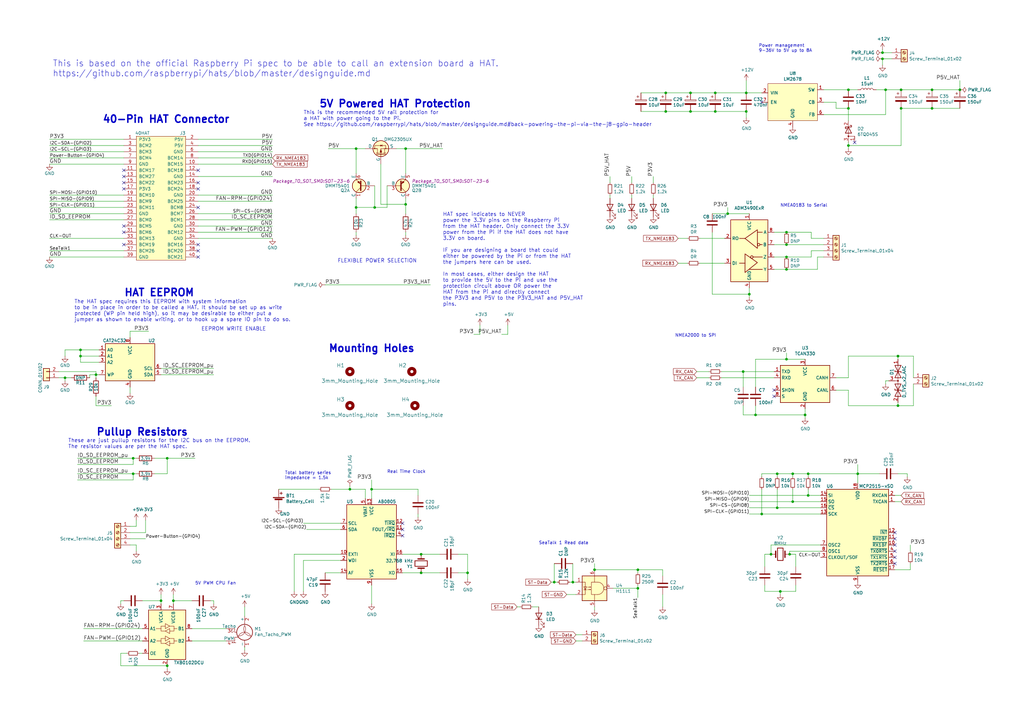
<source format=kicad_sch>
(kicad_sch (version 20211123) (generator eeschema)
  (paper "A3")
  (title_block (title "Mimosa-Power-Hat") (date "2020-08-15") (rev "V0") (company "Mimosa"))
  (junction (at 382.27 36.83))
  (junction (at 322.58 105.41))
  (junction (at 323.85 227.33))
  (junction (at 316.23 227.33))
  (junction (at 68.58 273.05))
  (junction (at 66.04 246.38))
  (junction (at 351.79 194.31))
  (junction (at 306.07 45.72))
  (junction (at 304.8 152.4))
  (junction (at 325.12 194.31))
  (junction (at 172.72 227.33))
  (junction (at 325.12 205.74))
  (junction (at 172.72 234.95))
  (junction (at 361.95 24.13))
  (junction (at 293.37 45.72))
  (junction (at 331.47 203.2))
  (junction (at 369.57 44.45))
  (junction (at 33.02 143.51))
  (junction (at 322.58 95.25))
  (junction (at 369.57 36.83))
  (junction (at 318.77 208.28))
  (junction (at 298.45 87.63))
  (junction (at 393.7 36.83))
  (junction (at 368.3 146.05))
  (junction (at 273.05 38.1))
  (junction (at 347.98 44.45))
  (junction (at 166.37 60.96))
  (junction (at 153.67 85.09))
  (junction (at 26.67 154.94))
  (junction (at 322.58 110.49))
  (junction (at 68.58 187.96))
  (junction (at 320.04 242.57))
  (junction (at 39.37 153.67))
  (junction (at 71.12 246.38))
  (junction (at 191.77 234.95))
  (junction (at 309.88 170.18))
  (junction (at 54.61 194.31))
  (junction (at 363.22 36.83))
  (junction (at 330.2 170.18))
  (junction (at 283.21 38.1))
  (junction (at 33.02 146.05))
  (junction (at 166.37 83.82))
  (junction (at 382.27 44.45))
  (junction (at 227.33 238.76))
  (junction (at 312.42 210.82))
  (junction (at 283.21 45.72))
  (junction (at 347.98 36.83))
  (junction (at 152.4 200.66))
  (junction (at 234.95 238.76))
  (junction (at 322.58 100.33))
  (junction (at 368.3 166.37))
  (junction (at 331.47 194.31))
  (junction (at 307.34 120.65))
  (junction (at 293.37 38.1))
  (junction (at 361.95 21.59))
  (junction (at 306.07 38.1))
  (junction (at 243.84 233.68))
  (junction (at 261.62 233.68))
  (junction (at 318.77 194.31))
  (junction (at 347.98 59.69))
  (junction (at 261.62 241.3))
  (junction (at 146.05 60.96))
  (junction (at 273.05 45.72))
  (junction (at 322.58 147.32))
  (junction (at 146.05 85.09))
  (junction (at 143.51 200.66))
  (junction (at 54.61 187.96))
  (no_connect (at 50.8 100.33))
  (no_connect (at 312.42 41.91))
  (no_connect (at 50.8 69.85))
  (no_connect (at 50.8 92.71))
  (no_connect (at 50.8 95.25))
  (no_connect (at 81.28 100.33))
  (no_connect (at 81.28 77.47))
  (no_connect (at 367.03 226.06))
  (no_connect (at 50.8 77.47))
  (no_connect (at 81.28 102.87))
  (no_connect (at 81.28 74.93))
  (no_connect (at 367.03 223.52))
  (no_connect (at 367.03 231.14))
  (no_connect (at 50.8 72.39))
  (no_connect (at 367.03 218.44))
  (no_connect (at 81.28 85.09))
  (no_connect (at 165.1 219.71))
  (no_connect (at 317.5 162.56))
  (no_connect (at 350.52 58.42))
  (no_connect (at 81.28 69.85))
  (no_connect (at 317.5 160.02))
  (no_connect (at 367.03 228.6))
  (no_connect (at 50.8 74.93))
  (no_connect (at 165.1 214.63))
  (no_connect (at 367.03 220.98))
  (no_connect (at 165.1 217.17))
  (no_connect (at 81.28 105.41))
  (wire (pts (xy 267.97 80.01) (xy 267.97 81.28)))
  (wire (pts (xy 335.28 110.49) (xy 335.28 105.41)))
  (wire (pts (xy 66.04 151.13) (xy 87.63 151.13)))
  (wire (pts (xy 297.18 107.95) (xy 287.02 107.95)))
  (wire (pts (xy 146.05 96.52) (xy 146.05 95.25)))
  (wire (pts (xy 81.28 90.17) (xy 111.76 90.17)))
  (wire (pts (xy 330.2 147.32) (xy 322.58 147.32)))
  (wire (pts (xy 158.75 85.09) (xy 158.75 76.2)))
  (wire (pts (xy 55.88 223.52) (xy 55.88 226.06)))
  (wire (pts (xy 331.47 194.31) (xy 351.79 194.31)))
  (wire (pts (xy 81.28 87.63) (xy 111.76 87.63)))
  (wire (pts (xy 318.77 200.66) (xy 318.77 208.28)))
  (wire (pts (xy 292.1 120.65) (xy 307.34 120.65)))
  (wire (pts (xy 53.34 223.52) (xy 55.88 223.52)))
  (wire (pts (xy 146.05 60.96) (xy 149.86 60.96)))
  (wire (pts (xy 316.23 223.52) (xy 316.23 227.33)))
  (wire (pts (xy 342.9 41.91) (xy 342.9 44.45)))
  (wire (pts (xy 81.28 92.71) (xy 111.76 92.71)))
  (wire (pts (xy 53.34 135.89) (xy 60.96 135.89)))
  (wire (pts (xy 250.19 80.01) (xy 250.19 81.28)))
  (wire (pts (xy 298.45 87.63) (xy 307.34 87.63)))
  (wire (pts (xy 331.47 203.2) (xy 336.55 203.2)))
  (wire (pts (xy 318.77 195.58) (xy 318.77 194.31)))
  (wire (pts (xy 171.45 200.66) (xy 171.45 203.2)))
  (wire (pts (xy 196.85 137.16) (xy 196.85 133.35)))
  (wire (pts (xy 133.35 116.84) (xy 176.53 116.84)))
  (wire (pts (xy 68.58 194.31) (xy 63.5 194.31)))
  (wire (pts (xy 50.8 64.77) (xy 20.32 64.77)))
  (wire (pts (xy 34.29 257.81) (xy 58.42 257.81)))
  (wire (pts (xy 55.88 215.9) (xy 55.88 213.36)))
  (wire (pts (xy 363.22 36.83) (xy 369.57 36.83)))
  (wire (pts (xy 152.4 200.66) (xy 171.45 200.66)))
  (wire (pts (xy 152.4 240.03) (xy 152.4 247.65)))
  (wire (pts (xy 81.28 57.15) (xy 111.76 57.15)))
  (wire (pts (xy 347.98 154.94) (xy 347.98 146.05)))
  (wire (pts (xy 81.28 72.39) (xy 111.76 72.39)))
  (wire (pts (xy 100.33 265.43) (xy 100.33 266.7)))
  (wire (pts (xy 143.51 199.39) (xy 143.51 200.66)))
  (wire (pts (xy 317.5 110.49) (xy 322.58 110.49)))
  (wire (pts (xy 307.34 203.2) (xy 331.47 203.2)))
  (wire (pts (xy 337.82 46.99) (xy 363.22 46.99)))
  (wire (pts (xy 243.84 233.68) (xy 261.62 233.68)))
  (wire (pts (xy 347.98 59.69) (xy 347.98 60.96)))
  (wire (pts (xy 20.32 102.87) (xy 50.8 102.87)))
  (wire (pts (xy 50.8 85.09) (xy 20.32 85.09)))
  (wire (pts (xy 273.05 38.1) (xy 262.89 38.1)))
  (wire (pts (xy 382.27 44.45) (xy 393.7 44.45)))
  (wire (pts (xy 146.05 81.28) (xy 146.05 85.09)))
  (wire (pts (xy 292.1 95.25) (xy 292.1 120.65)))
  (wire (pts (xy 332.74 105.41) (xy 332.74 102.87)))
  (wire (pts (xy 54.61 190.5) (xy 54.61 187.96)))
  (wire (pts (xy 365.76 24.13) (xy 361.95 24.13)))
  (wire (pts (xy 309.88 147.32) (xy 309.88 158.75)))
  (wire (pts (xy 53.34 220.98) (xy 59.69 220.98)))
  (wire (pts (xy 49.53 267.97) (xy 49.53 273.05)))
  (wire (pts (xy 336.55 226.06) (xy 323.85 226.06)))
  (wire (pts (xy 50.8 80.01) (xy 20.32 80.01)))
  (wire (pts (xy 290.83 152.4) (xy 285.75 152.4)))
  (wire (pts (xy 59.69 218.44) (xy 59.69 213.36)))
  (wire (pts (xy 363.22 36.83) (xy 359.41 36.83)))
  (wire (pts (xy 39.37 153.67) (xy 40.64 153.67)))
  (wire (pts (xy 26.67 143.51) (xy 26.67 146.05)))
  (wire (pts (xy 236.22 260.35) (xy 238.76 260.35)))
  (wire (pts (xy 166.37 81.28) (xy 166.37 83.82)))
  (wire (pts (xy 50.8 97.79) (xy 20.32 97.79)))
  (wire (pts (xy 367.03 233.68) (xy 373.38 233.68)))
  (wire (pts (xy 304.8 158.75) (xy 304.8 152.4)))
  (wire (pts (xy 271.78 243.84) (xy 271.78 248.92)))
  (wire (pts (xy 317.5 100.33) (xy 322.58 100.33)))
  (wire (pts (xy 71.12 246.38) (xy 78.74 246.38)))
  (wire (pts (xy 236.22 243.84) (xy 232.41 243.84)))
  (wire (pts (xy 120.65 227.33) (xy 120.65 242.57)))
  (wire (pts (xy 298.45 87.63) (xy 298.45 85.09)))
  (wire (pts (xy 323.85 227.33) (xy 326.39 227.33)))
  (wire (pts (xy 33.02 143.51) (xy 40.64 143.51)))
  (wire (pts (xy 33.02 148.59) (xy 40.64 148.59)))
  (wire (pts (xy 152.4 200.66) (xy 152.4 196.85)))
  (wire (pts (xy 146.05 85.09) (xy 146.05 87.63)))
  (wire (pts (xy 273.05 45.72) (xy 262.89 45.72)))
  (wire (pts (xy 50.8 62.23) (xy 20.32 62.23)))
  (wire (pts (xy 351.79 194.31) (xy 351.79 198.12)))
  (wire (pts (xy 322.58 105.41) (xy 332.74 105.41)))
  (wire (pts (xy 53.34 215.9) (xy 55.88 215.9)))
  (wire (pts (xy 50.8 67.31) (xy 20.32 67.31)))
  (wire (pts (xy 191.77 234.95) (xy 187.96 234.95)))
  (wire (pts (xy 261.62 241.3) (xy 261.62 245.11)))
  (wire (pts (xy 369.57 59.69) (xy 347.98 59.69)))
  (wire (pts (xy 86.36 246.38) (xy 87.63 246.38)))
  (wire (pts (xy 53.34 218.44) (xy 59.69 218.44)))
  (wire (pts (xy 58.42 246.38) (xy 66.04 246.38)))
  (wire (pts (xy 320.04 242.57) (xy 320.04 243.84)))
  (wire (pts (xy 191.77 234.95) (xy 191.77 237.49)))
  (wire (pts (xy 273.05 45.72) (xy 283.21 45.72)))
  (wire (pts (xy 228.6 238.76) (xy 227.33 238.76)))
  (wire (pts (xy 39.37 152.4) (xy 39.37 153.67)))
  (wire (pts (xy 271.78 233.68) (xy 271.78 236.22)))
  (wire (pts (xy 250.19 72.39) (xy 250.19 74.93)))
  (wire (pts (xy 293.37 38.1) (xy 306.07 38.1)))
  (wire (pts (xy 368.3 165.1) (xy 368.3 166.37)))
  (wire (pts (xy 363.22 156.21) (xy 363.22 157.48)))
  (wire (pts (xy 165.1 227.33) (xy 172.72 227.33)))
  (wire (pts (xy 92.71 257.81) (xy 78.74 257.81)))
  (wire (pts (xy 58.42 267.97) (xy 57.15 267.97)))
  (wire (pts (xy 290.83 154.94) (xy 285.75 154.94)))
  (wire (pts (xy 295.91 154.94) (xy 317.5 154.94)))
  (wire (pts (xy 81.28 67.31) (xy 111.76 67.31)))
  (wire (pts (xy 342.9 44.45) (xy 347.98 44.45)))
  (wire (pts (xy 335.28 105.41) (xy 337.82 105.41)))
  (wire (pts (xy 45.72 166.37) (xy 39.37 166.37)))
  (wire (pts (xy 367.03 205.74) (xy 369.57 205.74)))
  (wire (pts (xy 313.69 232.41) (xy 313.69 227.33)))
  (wire (pts (xy 331.47 194.31) (xy 331.47 195.58)))
  (wire (pts (xy 66.04 246.38) (xy 66.04 247.65)))
  (wire (pts (xy 342.9 154.94) (xy 347.98 154.94)))
  (wire (pts (xy 322.58 100.33) (xy 337.82 100.33)))
  (wire (pts (xy 307.34 120.65) (xy 307.34 118.11)))
  (wire (pts (xy 332.74 95.25) (xy 332.74 97.79)))
  (wire (pts (xy 31.75 187.96) (xy 54.61 187.96)))
  (wire (pts (xy 309.88 166.37) (xy 309.88 170.18)))
  (wire (pts (xy 166.37 71.12) (xy 166.37 60.96)))
  (wire (pts (xy 227.33 231.14) (xy 227.33 238.76)))
  (wire (pts (xy 278.13 97.79) (xy 281.94 97.79)))
  (wire (pts (xy 243.84 248.92) (xy 243.84 250.19)))
  (wire (pts (xy 146.05 85.09) (xy 153.67 85.09)))
  (wire (pts (xy 134.62 60.96) (xy 146.05 60.96)))
  (wire (pts (xy 63.5 187.96) (xy 68.58 187.96)))
  (wire (pts (xy 337.82 36.83) (xy 347.98 36.83)))
  (wire (pts (xy 297.18 97.79) (xy 287.02 97.79)))
  (wire (pts (xy 234.95 238.76) (xy 233.68 238.76)))
  (wire (pts (xy 347.98 146.05) (xy 368.3 146.05)))
  (wire (pts (xy 326.39 227.33) (xy 326.39 232.41)))
  (wire (pts (xy 347.98 36.83) (xy 351.79 36.83)))
  (wire (pts (xy 365.76 21.59) (xy 361.95 21.59)))
  (wire (pts (xy 312.42 38.1) (xy 306.07 38.1)))
  (wire (pts (xy 49.53 246.38) (xy 49.53 247.65)))
  (wire (pts (xy 306.07 45.72) (xy 306.07 48.26)))
  (wire (pts (xy 261.62 241.3) (xy 261.62 240.03)))
  (wire (pts (xy 326.39 242.57) (xy 326.39 240.03)))
  (wire (pts (xy 368.3 166.37) (xy 374.65 166.37)))
  (wire (pts (xy 313.69 240.03) (xy 313.69 242.57)))
  (wire (pts (xy 81.28 62.23) (xy 111.76 62.23)))
  (wire (pts (xy 347.98 44.45) (xy 347.98 49.53)))
  (wire (pts (xy 236.22 262.89) (xy 238.76 262.89)))
  (wire (pts (xy 351.79 190.5) (xy 351.79 194.31)))
  (wire (pts (xy 234.95 231.14) (xy 234.95 238.76)))
  (wire (pts (xy 325.12 194.31) (xy 331.47 194.31)))
  (wire (pts (xy 382.27 36.83) (xy 393.7 36.83)))
  (wire (pts (xy 330.2 170.18) (xy 330.2 167.64)))
  (wire (pts (xy 36.83 153.67) (xy 36.83 154.94)))
  (wire (pts (xy 368.3 147.32) (xy 368.3 146.05)))
  (wire (pts (xy 267.97 72.39) (xy 267.97 74.93)))
  (wire (pts (xy 373.38 226.06) (xy 373.38 223.52)))
  (wire (pts (xy 292.1 87.63) (xy 298.45 87.63)))
  (wire (pts (xy 373.38 233.68) (xy 373.38 231.14)))
  (wire (pts (xy 313.69 242.57) (xy 320.04 242.57)))
  (wire (pts (xy 325.12 205.74) (xy 336.55 205.74)))
  (wire (pts (xy 236.22 238.76) (xy 234.95 238.76)))
  (wire (pts (xy 374.65 166.37) (xy 374.65 157.48)))
  (wire (pts (xy 36.83 153.67) (xy 39.37 153.67)))
  (wire (pts (xy 66.04 246.38) (xy 66.04 243.84)))
  (wire (pts (xy 139.7 234.95) (xy 133.35 234.95)))
  (wire (pts (xy 322.58 95.25) (xy 332.74 95.25)))
  (wire (pts (xy 24.13 154.94) (xy 26.67 154.94)))
  (wire (pts (xy 306.07 38.1) (xy 306.07 33.02)))
  (wire (pts (xy 332.74 102.87) (xy 337.82 102.87)))
  (wire (pts (xy 393.7 36.83) (xy 393.7 33.02)))
  (wire (pts (xy 34.29 262.89) (xy 58.42 262.89)))
  (wire (pts (xy 347.98 166.37) (xy 368.3 166.37)))
  (wire (pts (xy 194.31 137.16) (xy 196.85 137.16)))
  (wire (pts (xy 50.8 105.41) (xy 20.32 105.41)))
  (wire (pts (xy 261.62 233.68) (xy 261.62 234.95)))
  (wire (pts (xy 367.03 203.2) (xy 369.57 203.2)))
  (wire (pts (xy 318.77 208.28) (xy 336.55 208.28)))
  (wire (pts (xy 40.64 146.05) (xy 33.02 146.05)))
  (wire (pts (xy 323.85 226.06) (xy 323.85 227.33)))
  (wire (pts (xy 53.34 135.89) (xy 53.34 138.43)))
  (wire (pts (xy 81.28 59.69) (xy 111.76 59.69)))
  (wire (pts (xy 146.05 71.12) (xy 146.05 60.96)))
  (wire (pts (xy 332.74 97.79) (xy 337.82 97.79)))
  (wire (pts (xy 50.8 246.38) (xy 49.53 246.38)))
  (wire (pts (xy 180.34 234.95) (xy 172.72 234.95)))
  (wire (pts (xy 307.34 205.74) (xy 325.12 205.74)))
  (wire (pts (xy 53.34 158.75) (xy 53.34 161.29)))
  (wire (pts (xy 369.57 36.83) (xy 382.27 36.83)))
  (wire (pts (xy 71.12 247.65) (xy 71.12 246.38)))
  (wire (pts (xy 309.88 170.18) (xy 330.2 170.18)))
  (wire (pts (xy 261.62 233.68) (xy 271.78 233.68)))
  (wire (pts (xy 322.58 147.32) (xy 309.88 147.32)))
  (wire (pts (xy 153.67 85.09) (xy 158.75 85.09)))
  (wire (pts (xy 374.65 146.05) (xy 374.65 154.94)))
  (wire (pts (xy 320.04 242.57) (xy 326.39 242.57)))
  (wire (pts (xy 312.42 194.31) (xy 312.42 195.58)))
  (wire (pts (xy 307.34 210.82) (xy 312.42 210.82)))
  (wire (pts (xy 50.8 87.63) (xy 20.32 87.63)))
  (wire (pts (xy 322.58 110.49) (xy 335.28 110.49)))
  (wire (pts (xy 180.34 227.33) (xy 172.72 227.33)))
  (wire (pts (xy 54.61 196.85) (xy 31.75 196.85)))
  (wire (pts (xy 33.02 143.51) (xy 33.02 146.05)))
  (wire (pts (xy 81.28 80.01) (xy 111.76 80.01)))
  (wire (pts (xy 278.13 107.95) (xy 281.94 107.95)))
  (wire (pts (xy 24.13 152.4) (xy 39.37 152.4)))
  (wire (pts (xy 54.61 190.5) (xy 31.75 190.5)))
  (wire (pts (xy 312.42 210.82) (xy 336.55 210.82)))
  (wire (pts (xy 307.34 208.28) (xy 318.77 208.28)))
  (wire (pts (xy 87.63 153.67) (xy 66.04 153.67)))
  (wire (pts (xy 124.46 229.87) (xy 124.46 242.57)))
  (wire (pts (xy 283.21 38.1) (xy 293.37 38.1)))
  (wire (pts (xy 360.68 194.31) (xy 351.79 194.31)))
  (wire (pts (xy 295.91 152.4) (xy 304.8 152.4)))
  (wire (pts (xy 347.98 58.42) (xy 347.98 59.69)))
  (wire (pts (xy 139.7 227.33) (xy 120.65 227.33)))
  (wire (pts (xy 166.37 60.96) (xy 181.61 60.96)))
  (wire (pts (xy 369.57 44.45) (xy 369.57 59.69)))
  (wire (pts (xy 213.36 248.92) (xy 212.09 248.92)))
  (wire (pts (xy 114.3 200.66) (xy 130.81 200.66)))
  (wire (pts (xy 68.58 273.05) (xy 68.58 274.32)))
  (wire (pts (xy 149.86 200.66) (xy 143.51 200.66)))
  (wire (pts (xy 156.21 67.31) (xy 156.21 83.82)))
  (wire (pts (xy 50.8 57.15) (xy 20.32 57.15)))
  (wire (pts (xy 325.12 200.66) (xy 325.12 205.74)))
  (wire (pts (xy 156.21 83.82) (xy 166.37 83.82)))
  (wire (pts (xy 372.11 194.31) (xy 372.11 195.58)))
  (wire (pts (xy 347.98 160.02) (xy 347.98 166.37)))
  (wire (pts (xy 39.37 166.37) (xy 39.37 162.56)))
  (wire (pts (xy 26.67 143.51) (xy 33.02 143.51)))
  (wire (pts (xy 218.44 248.92) (xy 220.98 248.92)))
  (wire (pts (xy 361.95 24.13) (xy 361.95 26.67)))
  (wire (pts (xy 26.67 154.94) (xy 29.21 154.94)))
  (wire (pts (xy 166.37 83.82) (xy 166.37 87.63)))
  (wire (pts (xy 208.28 137.16) (xy 208.28 133.35)))
  (wire (pts (xy 227.33 238.76) (xy 226.06 238.76)))
  (wire (pts (xy 100.33 248.92) (xy 100.33 252.73)))
  (wire (pts (xy 317.5 95.25) (xy 322.58 95.25)))
  (wire (pts (xy 368.3 194.31) (xy 372.11 194.31)))
  (wire (pts (xy 273.05 38.1) (xy 283.21 38.1)))
  (wire (pts (xy 342.9 160.02) (xy 347.98 160.02)))
  (wire (pts (xy 165.1 234.95) (xy 172.72 234.95)))
  (wire (pts (xy 322.58 147.32) (xy 322.58 144.78)))
  (wire (pts (xy 139.7 214.63) (xy 124.46 214.63)))
  (wire (pts (xy 68.58 187.96) (xy 80.01 187.96)))
  (wire (pts (xy 304.8 170.18) (xy 309.88 170.18)))
  (wire (pts (xy 81.28 97.79) (xy 111.76 97.79)))
  (wire (pts (xy 325.12 195.58) (xy 325.12 194.31)))
  (wire (pts (xy 143.51 200.66) (xy 135.89 200.66)))
  (wire (pts (xy 317.5 105.41) (xy 322.58 105.41)))
  (wire (pts (xy 139.7 217.17) (xy 125.73 217.17)))
  (wire (pts (xy 31.75 194.31) (xy 54.61 194.31)))
  (wire (pts (xy 166.37 96.52) (xy 166.37 95.25)))
  (wire (pts (xy 304.8 152.4) (xy 317.5 152.4)))
  (wire (pts (xy 191.77 227.33) (xy 191.77 234.95)))
  (wire (pts (xy 337.82 41.91) (xy 342.9 41.91)))
  (wire (pts (xy 331.47 200.66) (xy 331.47 203.2)))
  (wire (pts (xy 307.34 120.65) (xy 307.34 121.92)))
  (wire (pts (xy 283.21 45.72) (xy 293.37 45.72)))
  (wire (pts (xy 26.67 156.21) (xy 26.67 154.94)))
  (wire (pts (xy 187.96 227.33) (xy 191.77 227.33)))
  (wire (pts (xy 363.22 156.21) (xy 364.49 156.21)))
  (wire (pts (xy 259.08 80.01) (xy 259.08 81.28)))
  (wire (pts (xy 71.12 246.38) (xy 71.12 243.84)))
  (wire (pts (xy 162.56 60.96) (xy 166.37 60.96)))
  (wire (pts (xy 81.28 64.77) (xy 111.76 64.77)))
  (wire (pts (xy 139.7 229.87) (xy 124.46 229.87)))
  (wire (pts (xy 205.74 137.16) (xy 208.28 137.16)))
  (wire (pts (xy 318.77 194.31) (xy 312.42 194.31)))
  (wire (pts (xy 54.61 196.85) (xy 54.61 194.31)))
  (wire (pts (xy 111.76 95.25) (xy 81.28 95.25)))
  (wire (pts (xy 312.42 200.66) (xy 312.42 210.82)))
  (wire (pts (xy 54.61 194.31) (xy 55.88 194.31)))
  (wire (pts (xy 318.77 194.31) (xy 325.12 194.31)))
  (wire (pts (xy 33.02 146.05) (xy 33.02 148.59)))
  (wire (pts (xy 243.84 231.14) (xy 243.84 233.68)))
  (wire (pts (xy 361.95 21.59) (xy 361.95 20.32)))
  (wire (pts (xy 330.2 170.18) (xy 330.2 171.45)))
  (wire (pts (xy 259.08 72.39) (xy 259.08 74.93)))
  (wire (pts (xy 313.69 227.33) (xy 316.23 227.33)))
  (wire (pts (xy 171.45 210.82) (xy 171.45 212.09)))
  (wire (pts (xy 293.37 45.72) (xy 306.07 45.72)))
  (wire (pts (xy 149.86 204.47) (xy 149.86 200.66)))
  (wire (pts (xy 363.22 46.99) (xy 363.22 36.83)))
  (wire (pts (xy 369.57 44.45) (xy 382.27 44.45)))
  (wire (pts (xy 50.8 59.69) (xy 20.32 59.69)))
  (wire (pts (xy 52.07 267.97) (xy 49.53 267.97)))
  (wire (pts (xy 54.61 187.96) (xy 55.88 187.96)))
  (wire (pts (xy 153.67 76.2) (xy 153.67 85.09)))
  (wire (pts (xy 87.63 246.38) (xy 87.63 247.65)))
  (wire (pts (xy 50.8 82.55) (xy 20.32 82.55)))
  (wire (pts (xy 68.58 194.31) (xy 68.58 187.96)))
  (wire (pts (xy 39.37 153.67) (xy 39.37 154.94)))
  (wire (pts (xy 304.8 166.37) (xy 304.8 170.18)))
  (wire (pts (xy 81.28 82.55) (xy 111.76 82.55)))
  (wire (pts (xy 50.8 90.17) (xy 20.32 90.17)))
  (wire (pts (xy 336.55 223.52) (xy 316.23 223.52)))
  (wire (pts (xy 152.4 204.47) (xy 152.4 200.66)))
  (wire (pts (xy 92.71 262.89) (xy 78.74 262.89)))
  (wire (pts (xy 368.3 146.05) (xy 374.65 146.05)))
  (wire (pts (xy 251.46 241.3) (xy 261.62 241.3)))
  (wire (pts (xy 49.53 273.05) (xy 68.58 273.05)))
  (text "Real Time Clock" (at 158.75 194.31 0) (effects (font (size 1.27 1.27)) (justify left bottom)))
  (text "SeaTalk 1 Read data" (at 220.98 223.52 0) (effects (font (size 1.27 1.27)) (justify left bottom)))
  (text "Power management\n9-36V to 5V up to 8A" (at 311.15 21.59 0) (effects (font (size 1.27 1.27)) (justify left bottom)))
  (text "Mounting Holes" (at 134.62 144.78 0) (effects (font (size 2.9972 2.9972) (thickness 0.5994) bold) (justify left bottom)))
  (text "HAT spec indicates to NEVER\npower the 3.3V pins on the Raspberry Pi \nfrom the HAT header. Only connect the 3.3V\npower from the Pi if the HAT does not have\n3.3V on board.\n\nIF you are designing a board that could\neither be powered by the Pi or from the HAT\nthe jumpers here can be used.\n\nIn most cases, either design the HAT \nto provide the 5V to the Pi and use the\nprotection circuit above OR power the\nHAT from the Pi and directly connect\nthe P3V3 and P5V to the P3V3_HAT and P5V_HAT\npins." (at 181.61 125.73 0) (effects (font (size 1.524 1.524)) (justify left bottom)))
  (text "This is based on the official Raspberry Pi spec to be able to call an extension board a HAT.\nhttps://github.com/raspberrypi/hats/blob/master/designguide.md" (at 21.59 31.75 0) (effects (font (size 2.54 2.54)) (justify left bottom)))
  (text "Pullup Resistors" (at 39.37 179.07 0) (effects (font (size 2.9972 2.9972) (thickness 0.5994) bold) (justify left bottom)))
  (text "FLEXIBLE POWER SELECTION" (at 138.43 107.95 0) (effects (font (size 1.524 1.524)) (justify left bottom)))
  (text "Total battery series\nimpedance = 1.5k" (at 116.84 196.85 0) (effects (font (size 1.27 1.27)) (justify left bottom)))
  (text "The HAT spec requires this EEPROM with system information\nto be in place in order to be called a HAT. It should be set up as write\nprotected (WP pin held high), so it may be desirable to either put a \njumper as shown to enable writing, or to hook up a spare IO pin to do so." (at 30.48 132.08 0) (effects (font (size 1.524 1.524)) (justify left bottom)))
  (text "EEPROM WRITE ENABLE" (at 82.55 135.89 0) (effects (font (size 1.524 1.524)) (justify left bottom)))
  (text "These are just pullup resistors for the I2C bus on the EEPROM.\nThe resistor values are per the HAT spec." (at 27.94 184.15 0) (effects (font (size 1.524 1.524)) (justify left bottom)))
  (text "5V PWM CPU Fan" (at 80.01 240.03 0) (effects (font (size 1.27 1.27)) (justify left bottom)))
  (text "NMEA0183 to Serial" (at 320.04 85.09 0) (effects (font (size 1.27 1.27)) (justify left bottom)))
  (text "5V Powered HAT Protection" (at 130.81 44.45 0) (effects (font (size 2.9972 2.9972) (thickness 0.5994) bold) (justify left bottom)))
  (text "40-Pin HAT Connector" (at 41.91 50.8 0) (effects (font (size 2.9972 2.9972) (thickness 0.5994) bold) (justify left bottom)))
  (text "NMEA2000 to SPI" (at 276.86 138.43 0) (effects (font (size 1.27 1.27)) (justify left bottom)))
  (text "This is the recommended 5V rail protection for \na HAT with power going to the Pi.\nSee https://github.com/raspberrypi/hats/blob/master/designguide.md#back-powering-the-pi-via-the-j8-gpio-header" (at 124.46 52.07 0) (effects (font (size 1.524 1.524)) (justify left bottom)))
  (text "HAT EEPROM" (at 50.8 121.92 0) (effects (font (size 2.9972 2.9972) (thickness 0.5994) bold) (justify left bottom)))
  (label "ID_SD_EEPROM_pu" (at 87.63 153.67 180) (effects (font (size 1.524 1.524))))
  (label "ID_SC_EEPROM_pu" (at 31.75 194.31 0) (effects (font (size 1.524 1.524))))
  (label "P3V3_HAT" (at 176.53 116.84 180) (effects (font (size 1.524 1.524))))
  (label "P3V3" (at 298.45 85.09 180) (effects (font (size 1.524 1.524))))
  (label "P5V" (at 134.62 60.96 0) (effects (font (size 1.524 1.524))))
  (label "GND" (at 111.76 62.23 180) (effects (font (size 1.524 1.524))))
  (label "SPI-CS-(GPIO8)" (at 307.34 208.28 180))
  (label "ID_SC_EEPROM_pu" (at 87.63 151.13 180) (effects (font (size 1.524 1.524))))
  (label "GND" (at 20.32 67.31 0) (effects (font (size 1.524 1.524))))
  (label "FAN-PWM-(GPIO12)" (at 34.29 262.89 0) (effects (font (size 1.524 1.524))))
  (label "FAN-RPM-(GPIO24)" (at 111.76 82.55 180) (effects (font (size 1.524 1.524))))
  (label "TXD(GPIO14)" (at 111.76 64.77 180))
  (label "I2C-SDA-(GPIO2)" (at 125.73 217.17 180))
  (label "P3V3" (at 243.84 231.14 180) (effects (font (size 1.524 1.524))))
  (label "CLK-OUT" (at 336.55 228.6 180))
  (label "SPI-MOSI-(GPIO10)" (at 307.34 203.2 180))
  (label "SPI-MISO-(GPIO9)" (at 307.34 205.74 180))
  (label "I2C-SDA-(GPIO2)" (at 20.32 59.69 0))
  (label "P5V_HAT" (at 393.7 33.02 180) (effects (font (size 1.524 1.524))))
  (label "ID_SD_EEPROM" (at 31.75 190.5 0) (effects (font (size 1.524 1.524))))
  (label "GND" (at 111.76 72.39 180) (effects (font (size 1.524 1.524))))
  (label "I2C-SCL-(GPIO3)" (at 124.46 214.63 180))
  (label "P5V_HAT" (at 181.61 60.96 180) (effects (font (size 1.524 1.524))))
  (label "P5V_HAT" (at 205.74 137.16 180) (effects (font (size 1.524 1.524))))
  (label "Power-Button-(GPIO4)" (at 20.32 64.77 0))
  (label "P5V" (at 259.08 72.39 90) (effects (font (size 1.524 1.524))))
  (label "SPI-MOSI-(GPIO10)" (at 20.32 80.01 0))
  (label "P3V3" (at 20.32 57.15 0) (effects (font (size 1.524 1.524))))
  (label "P5V" (at 111.76 59.69 180) (effects (font (size 1.524 1.524))))
  (label "GND" (at 20.32 105.41 0) (effects (font (size 1.524 1.524))))
  (label "P3V3" (at 373.38 223.52 0) (effects (font (size 1.524 1.524))))
  (label "CLK-OUT" (at 20.32 97.79 0))
  (label "SPI-CS-(GPIO8)" (at 111.76 87.63 180))
  (label "ID_SC_EEPROM" (at 111.76 90.17 180) (effects (font (size 1.524 1.524))))
  (label "FAN-RPM-(GPIO24)" (at 34.29 257.81 0) (effects (font (size 1.524 1.524))))
  (label "SPI-MISO-(GPIO9)" (at 20.32 82.55 0))
  (label "P5V_HAT" (at 250.19 72.39 90) (effects (font (size 1.524 1.524))))
  (label "FAN-PWM-(GPIO12)" (at 111.76 95.25 180) (effects (font (size 1.524 1.524))))
  (label "ID_SD_EEPROM_pu" (at 31.75 187.96 0) (effects (font (size 1.524 1.524))))
  (label "P3V3" (at 152.4 196.85 180) (effects (font (size 1.524 1.524))))
  (label "I2C-SCL-(GPIO3)" (at 20.32 62.23 0))
  (label "GND" (at 111.76 97.79 180) (effects (font (size 1.524 1.524))))
  (label "P3V3" (at 322.58 144.78 180) (effects (font (size 1.524 1.524))))
  (label "SeaTalk1" (at 261.62 245.11 270))
  (label "Power-Button-(GPIO4)" (at 59.69 220.98 0))
  (label "P3V3" (at 351.79 190.5 180) (effects (font (size 1.524 1.524))))
  (label "SPI-CLK-(GPIO11)" (at 307.34 210.82 180))
  (label "RXD(GPIO15)" (at 111.76 67.31 180))
  (label "GND" (at 20.32 87.63 0) (effects (font (size 1.524 1.524))))
  (label "ID_SC_EEPROM" (at 31.75 196.85 0) (effects (font (size 1.524 1.524))))
  (label "P3V3" (at 60.96 135.89 180) (effects (font (size 1.524 1.524))))
  (label "ID_SD_EEPROM" (at 20.32 90.17 0) (effects (font (size 1.524 1.524))))
  (label "P3V3" (at 267.97 72.39 90) (effects (font (size 1.524 1.524))))
  (label "P3V3" (at 45.72 166.37 180) (effects (font (size 1.524 1.524))))
  (label "P3V3" (at 194.31 137.16 180) (effects (font (size 1.524 1.524))))
  (label "GND" (at 111.76 80.01 180) (effects (font (size 1.524 1.524))))
  (label "GND" (at 111.76 92.71 180) (effects (font (size 1.524 1.524))))
  (label "SeaTalk1" (at 20.32 102.87 0))
  (label "SPI-CLK-(GPIO11)" (at 20.32 85.09 0))
  (label "P3V3" (at 80.01 187.96 180) (effects (font (size 1.524 1.524))))
  (label "P3V3" (at 133.35 116.84 0) (effects (font (size 1.524 1.524))))
  (label "P5V" (at 111.76 57.15 180) (effects (font (size 1.524 1.524))))
  (global_label "RX_NMEA183" (shape input) (at 111.76 64.77 0) (property "Intersheet References" "${INTERSHEET_REFS}" (effects hide)))
  (global_label "RX_CAN" (shape input) (at 369.57 205.74 0) (property "Intersheet References" "${INTERSHEET_REFS}" (effects hide)))
  (global_label "TX_NMEA183" (shape input) (at 278.13 97.79 180) (property "Intersheet References" "${INTERSHEET_REFS}" (effects hide)))
  (global_label "TX_NMEA183" (shape input) (at 111.76 67.31 0) (property "Intersheet References" "${INTERSHEET_REFS}" (effects hide)))
  (global_label "TX_CAN" (shape input) (at 285.75 154.94 180) (property "Intersheet References" "${INTERSHEET_REFS}" (effects hide)))
  (global_label "TX_CAN" (shape input) (at 369.57 203.2 0) (property "Intersheet References" "${INTERSHEET_REFS}" (effects hide)))
  (global_label "ST-Data" (shape input) (at 226.06 238.76 180) (property "Intersheet References" "${INTERSHEET_REFS}" (effects hide)))
  (global_label "ST-GND" (shape input) (at 232.41 243.84 180) (property "Intersheet References" "${INTERSHEET_REFS}" (effects hide)))
  (global_label "ST-Data" (shape input) (at 212.09 248.92 180) (property "Intersheet References" "${INTERSHEET_REFS}" (effects hide)))
  (global_label "ST-Data" (shape input) (at 236.22 260.35 180) (property "Intersheet References" "${INTERSHEET_REFS}" (effects hide)))
  (global_label "RX_CAN" (shape input) (at 285.75 152.4 180) (property "Intersheet References" "${INTERSHEET_REFS}" (effects hide)))
  (global_label "RX_NMEA183" (shape input) (at 278.13 107.95 180) (property "Intersheet References" "${INTERSHEET_REFS}" (effects hide)))
  (global_label "ST-GND" (shape input) (at 236.22 262.89 180) (property "Intersheet References" "${INTERSHEET_REFS}" (effects hide)))
  (symbol (lib_id "Mechanical:MountingHole") (at 143.51 152.4 0) (unit 1)
    (property "Reference" "H1" (at 139.7 149.86 0) (effects (font (size 1.524 1.524))))
    (property "Value" "3mm_Mounting_Hole" (at 143.51 156.21 0) (effects (font (size 1.524 1.524))))
    (property "Footprint" "project_footprints:NPTH_3mm_ID" (effects hide))
  )
  (symbol (lib_id "Mechanical:MountingHole") (at 168.91 152.4 0) (unit 1)
    (property "Reference" "H2" (at 165.1 149.86 0) (effects (font (size 1.524 1.524))))
    (property "Value" "3mm_Mounting_Hole" (at 168.91 156.21 0) (effects (font (size 1.524 1.524))))
    (property "Footprint" "project_footprints:NPTH_3mm_ID" (effects hide))
  )
  (symbol (lib_id "Mechanical:MountingHole") (at 143.51 166.37 0) (unit 1)
    (property "Reference" "H3" (at 139.7 163.83 0) (effects (font (size 1.524 1.524))))
    (property "Value" "3mm_Mounting_Hole" (at 143.51 170.18 0) (effects (font (size 1.524 1.524))))
    (property "Footprint" "project_footprints:NPTH_3mm_ID" (effects hide))
  )
  (symbol (lib_id "Mechanical:MountingHole") (at 170.18 166.37 0) (unit 1)
    (property "Reference" "H4" (at 166.37 163.83 0) (effects (font (size 1.524 1.524))))
    (property "Value" "3mm_Mounting_Hole" (at 170.18 170.18 0) (effects (font (size 1.524 1.524))))
    (property "Footprint" "project_footprints:NPTH_3mm_ID" (effects hide))
  )
  (symbol (lib_id "raspberrypi_hat:OX40HAT") (at 66.04 57.15 0) (unit 1)
    (property "Reference" "J3" (at 74.93 54.61 0))
    (property "Value" "40HAT" (at 58.42 54.61 0))
    (property "Footprint" "Connector_PinSocket_2.54mm:PinSocket_2x20_P2.54mm_Vertical" (effects hide))
  )
  (symbol (lib_id "raspberrypi_hat:DMG2305UX") (at 156.21 60.96 90) (unit 1)
    (property "Reference" "Q1" (at 152.4 57.15 90) (effects (justify right)))
    (property "Value" "DMG2305UX" (at 157.48 57.15 90) (effects (justify right)))
    (property "Footprint" "Package_TO_SOT_SMD:SOT-23" (effects hide))
  )
  (symbol (lib_id "raspberrypi_hat:DMMT5401") (at 148.59 76.2 180) (unit 1)
    (property "Reference" "Q2" (at 143.51 78.105 0) (effects (justify left)))
    (property "Value" "DMMT5401" (at 143.51 76.2 0) (effects (justify left)))
    (property "Footprint" "Package_TO_SOT_SMD:SOT-23-6" (at 143.51 74.295 0) (effects (font italic) (justify left)))
  )
  (symbol (lib_id "raspberrypi_hat:DMMT5401") (at 163.83 76.2 0) (mirror x) (unit 2)
    (property "Reference" "Q2" (at 168.91 78.105 0) (effects (justify left)))
    (property "Value" "DMMT5401" (at 168.91 76.2 0) (effects (justify left)))
    (property "Footprint" "Package_TO_SOT_SMD:SOT-23-6" (at 168.91 74.295 0) (effects (font italic) (justify left)))
  )
  (symbol (lib_id "Device:R") (at 146.05 91.44 0) (unit 1)
    (property "Reference" "R23" (at 148.082 91.44 90))
    (property "Value" "10k" (at 146.05 91.44 90))
    (property "Footprint" "Resistor_SMD:R_0805_2012Metric_Pad1.20x1.40mm_HandSolder" (effects hide))
  )
  (symbol (lib_id "Device:R") (at 166.37 91.44 0) (unit 1)
    (property "Reference" "R24" (at 168.402 91.44 90))
    (property "Value" "47k" (at 166.37 91.44 90))
    (property "Footprint" "Resistor_SMD:R_0805_2012Metric_Pad1.20x1.40mm_HandSolder" (effects hide))
  )
  (symbol (lib_id "power:GND") (at 146.05 96.52 0) (unit 1)
    (property "Reference" "#PWR01" (effects hide))
    (property "Value" "GND" (at 146.05 100.33 0))
  )
  (symbol (lib_id "power:GND") (at 166.37 96.52 0) (unit 1)
    (property "Reference" "#PWR02" (effects hide))
    (property "Value" "GND" (at 166.37 100.33 0))
  )
  (symbol (lib_id "raspberrypi_hat:CAT24C32") (at 53.34 148.59 0) (unit 1)
    (property "Reference" "U2" (at 62.23 139.7 0))
    (property "Value" "CAT24C32" (at 46.99 139.7 0))
    (property "Footprint" "Package_SO:SOIC-8_3.9x4.9mm_P1.27mm" (effects hide))
  )
  (symbol (lib_id "Device:R") (at 59.69 187.96 270) (unit 1)
    (property "Reference" "R6" (at 59.69 189.992 90))
    (property "Value" "3.9k" (at 59.69 187.96 90))
    (property "Footprint" "Resistor_SMD:R_0805_2012Metric_Pad1.20x1.40mm_HandSolder" (effects hide))
  )
  (symbol (lib_id "Device:R") (at 59.69 194.31 270) (unit 1)
    (property "Reference" "R8" (at 59.69 196.342 90))
    (property "Value" "3.9k" (at 59.69 194.31 90))
    (property "Footprint" "Resistor_SMD:R_0805_2012Metric_Pad1.20x1.40mm_HandSolder" (effects hide))
  )
  (symbol (lib_id "Connector_Generic:Conn_01x02") (at 19.05 154.94 180) (unit 1)
    (property "Reference" "J9" (at 19.05 158.75 0))
    (property "Value" "CONN_01X02" (at 16.51 154.94 90))
    (property "Footprint" "Connector_PinHeader_2.54mm:PinHeader_1x02_P2.54mm_Vertical" (effects hide))
  )
  (symbol (lib_id "Device:R") (at 39.37 158.75 180) (unit 1)
    (property "Reference" "R29" (at 37.338 158.75 90))
    (property "Value" "10k" (at 39.37 158.75 90))
    (property "Footprint" "Resistor_SMD:R_0805_2012Metric_Pad1.20x1.40mm_HandSolder" (effects hide))
  )
  (symbol (lib_id "Device:R") (at 33.02 154.94 270) (unit 1)
    (property "Reference" "R11" (at 33.02 156.972 90))
    (property "Value" "DNP" (at 33.02 154.94 90))
    (property "Footprint" "Resistor_SMD:R_0805_2012Metric_Pad1.20x1.40mm_HandSolder" (effects hide))
  )
  (symbol (lib_id "Connector:Screw_Terminal_01x02") (at 370.84 21.59 0) (unit 1)
    (property "Reference" "J4" (at 372.872 21.7932 0) (effects (justify left)))
    (property "Value" "Screw_Terminal_01x02" (at 372.872 24.1046 0) (effects (justify left)))
    (property "Footprint" "TerminalBlock_Phoenix:TerminalBlock_Phoenix_MKDS-3-2-5.08_1x02_P5.08mm_Horizontal" (effects hide))
  )
  (symbol (lib_id "Interface_UART:ADM3490ExR") (at 307.34 102.87 0) (unit 1)
    (property "Reference" "U1" (at 307.34 83.0326 0))
    (property "Value" "ADM3490ExR" (at 307.34 85.344 0))
    (property "Footprint" "Package_SO:SOIC-8_3.9x4.9mm_P1.27mm" (effects hide))
    (property "Datasheet" "https://www.analog.com/media/en/technical-documentation/data-sheets/ADM3483E_3486E_3488E_3490E_3491E.pdf" (effects hide))
  )
  (symbol (lib_id "Device:R_Small") (at 284.48 107.95 270) (unit 1)
    (property "Reference" "R4" (at 284.48 102.9716 90))
    (property "Value" "0R" (at 284.48 105.283 90))
    (property "Footprint" "Resistor_SMD:R_0805_2012Metric_Pad1.20x1.40mm_HandSolder" (effects hide))
  )
  (symbol (lib_id "Device:R_Small") (at 284.48 97.79 270) (unit 1)
    (property "Reference" "R3" (at 284.48 92.8116 90))
    (property "Value" "0R" (at 284.48 95.123 90))
    (property "Footprint" "Resistor_SMD:R_0805_2012Metric_Pad1.20x1.40mm_HandSolder" (effects hide))
  )
  (symbol (lib_id "Connector:Screw_Terminal_01x04") (at 342.9 100.33 0) (unit 1)
    (property "Reference" "J1" (at 344.932 100.5332 0) (effects (justify left)))
    (property "Value" "Screw_Terminal_01x04" (at 344.932 102.8446 0) (effects (justify left)))
    (property "Footprint" "TerminalBlock_Phoenix:TerminalBlock_Phoenix_MKDS-3-4-5.08_1x04_P5.08mm_Horizontal" (effects hide))
  )
  (symbol (lib_id "power:+12V") (at 361.95 20.32 0) (unit 1)
    (property "Reference" "#PWR013" (effects hide))
    (property "Value" "+12V" (at 362.331 15.9258 0))
  )
  (symbol (lib_id "power:GND") (at 361.95 26.67 0) (unit 1)
    (property "Reference" "#PWR014" (effects hide))
    (property "Value" "GND" (at 362.077 31.0642 0))
  )
  (symbol (lib_id "Device:C") (at 292.1 91.44 0) (unit 1)
    (property "Reference" "C8" (at 288.29 88.9 0) (effects (justify left)))
    (property "Value" "100nF" (at 292.1 88.9 0) (effects (justify left)))
    (property "Footprint" "Capacitor_SMD:C_0805_2012Metric_Pad1.18x1.45mm_HandSolder" (effects hide))
  )
  (symbol (lib_id "Device:R_Small") (at 322.58 97.79 0) (unit 1)
    (property "Reference" "R5" (at 324.0786 96.6216 0) (effects (justify left)))
    (property "Value" "DNP" (at 324.0786 98.933 0) (effects (justify left)))
    (property "Footprint" "Resistor_SMD:R_0805_2012Metric_Pad1.20x1.40mm_HandSolder" (effects hide))
  )
  (symbol (lib_id "Device:R_Small") (at 322.58 107.95 0) (unit 1)
    (property "Reference" "R10" (at 324.0786 106.7816 0) (effects (justify left)))
    (property "Value" "DNP" (at 324.0786 109.093 0) (effects (justify left)))
    (property "Footprint" "Resistor_SMD:R_0805_2012Metric_Pad1.20x1.40mm_HandSolder" (effects hide))
  )
  (symbol (lib_id "power:GND") (at 307.34 121.92 0) (unit 1)
    (property "Reference" "#PWR07" (effects hide))
    (property "Value" "GND" (at 307.467 126.3142 0))
  )
  (symbol (lib_id "Interface_CAN_LIN:TCAN330") (at 330.2 157.48 0) (unit 1)
    (property "Reference" "U3" (at 330.2 142.7226 0))
    (property "Value" "TCAN330" (at 330.2 145.034 0))
    (property "Footprint" "Package_TO_SOT_SMD:TSOT-23-8_HandSoldering" (effects hide))
    (property "Datasheet" "http://www.ti.com/lit/ds/symlink/tcan337.pdf" (effects hide))
  )
  (symbol (lib_id "Connector:Screw_Terminal_01x02") (at 379.73 154.94 0) (unit 1)
    (property "Reference" "J2" (at 381.762 155.1432 0) (effects (justify left)))
    (property "Value" "Screw_Terminal_01x02" (at 381.762 157.4546 0) (effects (justify left)))
    (property "Footprint" "TerminalBlock_Phoenix:TerminalBlock_Phoenix_MKDS-3-2-5.08_1x02_P5.08mm_Horizontal" (effects hide))
  )
  (symbol (lib_id "Mimosa-Power-Hat-rescue:D_TVS_x2_AAC-Device") (at 368.3 156.21 270) (unit 1)
    (property "Reference" "D1" (at 365.76 151.13 0) (effects (justify left)))
    (property "Value" "D_TVS_x2_AAC" (at 370.84 149.86 0) (effects (justify left)))
    (property "Footprint" "Package_TO_SOT_SMD:SOT-23" (effects hide))
    (property "Fab" "Nexperia" (effects hide))
    (property "Ref" "PESD2ETH100-TR" (effects hide))
  )
  (symbol (lib_id "power:GND") (at 363.22 157.48 0) (unit 1)
    (property "Reference" "#PWR012" (effects hide))
    (property "Value" "GND" (at 363.347 161.8742 0))
  )
  (symbol (lib_id "Device:C") (at 309.88 162.56 180) (unit 1)
    (property "Reference" "C7" (at 311.15 160.02 0) (effects (justify right)))
    (property "Value" "100nF" (at 311.15 165.1 0) (effects (justify right)))
    (property "Footprint" "Capacitor_SMD:C_0805_2012Metric_Pad1.18x1.45mm_HandSolder" (effects hide))
  )
  (symbol (lib_id "power:GND") (at 330.2 171.45 0) (unit 1)
    (property "Reference" "#PWR08" (effects hide))
    (property "Value" "GND" (at 330.327 175.8442 0))
  )
  (symbol (lib_id "Device:R_Small") (at 293.37 152.4 270) (unit 1)
    (property "Reference" "R1" (at 290.83 149.86 90))
    (property "Value" "0R" (at 294.64 149.86 90))
    (property "Footprint" "Resistor_SMD:R_0805_2012Metric_Pad1.20x1.40mm_HandSolder" (effects hide))
  )
  (symbol (lib_id "Device:R_Small") (at 293.37 154.94 270) (unit 1)
    (property "Reference" "R2" (at 290.83 157.48 90))
    (property "Value" "0R" (at 294.64 157.48 90))
    (property "Footprint" "Resistor_SMD:R_0805_2012Metric_Pad1.20x1.40mm_HandSolder" (effects hide))
  )
  (symbol (lib_id "Device:C") (at 304.8 162.56 180) (unit 1)
    (property "Reference" "C5" (at 300.99 160.02 0) (effects (justify right)))
    (property "Value" "DNP" (at 300.99 165.1 0) (effects (justify right)))
    (property "Footprint" "Capacitor_SMD:C_0805_2012Metric_Pad1.18x1.45mm_HandSolder" (effects hide))
  )
  (symbol (lib_id "Interface_CAN_LIN:MCP2515-xSO") (at 351.79 218.44 0) (unit 1)
    (property "Reference" "U6" (at 340.36 199.39 0))
    (property "Value" "MCP2515-xSO" (at 359.41 199.39 0))
    (property "Footprint" "Package_SO:SOIC-18W_7.5x11.6mm_P1.27mm" (effects hide))
    (property "Datasheet" "http://ww1.microchip.com/downloads/en/DeviceDoc/21801e.pdf" (effects hide))
  )
  (symbol (lib_id "Device:R_Small") (at 373.38 228.6 180) (unit 1)
    (property "Reference" "R19" (at 374.8786 227.4316 0) (effects (justify right)))
    (property "Value" "10k" (at 374.8786 229.743 0) (effects (justify right)))
    (property "Footprint" "Resistor_SMD:R_0805_2012Metric_Pad1.20x1.40mm_HandSolder" (effects hide))
  )
  (symbol (lib_id "Device:C") (at 364.49 194.31 270) (unit 1)
    (property "Reference" "C25" (at 363.3216 191.389 0) (effects (justify right)))
    (property "Value" "100nF" (at 365.633 191.389 0) (effects (justify right)))
    (property "Footprint" "Capacitor_SMD:C_0805_2012Metric_Pad1.18x1.45mm_HandSolder" (effects hide))
  )
  (symbol (lib_id "power:GND") (at 372.11 195.58 0) (unit 1)
    (property "Reference" "#PWR0106" (effects hide))
    (property "Value" "GND" (at 372.237 199.9742 0))
  )
  (symbol (lib_id "power:GND") (at 351.79 238.76 0) (unit 1)
    (property "Reference" "#PWR0107" (effects hide))
    (property "Value" "GND" (at 351.917 243.1542 0))
  )
  (symbol (lib_id "power:GND") (at 111.76 97.79 0) (unit 1)
    (property "Reference" "#PWR0112" (effects hide))
    (property "Value" "GND" (at 111.76 101.6 0))
  )
  (symbol (lib_id "power:GND") (at 20.32 67.31 0) (unit 1)
    (property "Reference" "#PWR0115" (effects hide))
    (property "Value" "GND" (at 20.32 71.12 0))
  )
  (symbol (lib_id "power:GND") (at 20.32 105.41 0) (unit 1)
    (property "Reference" "#PWR0116" (effects hide))
    (property "Value" "GND" (at 20.32 109.22 0))
  )
  (symbol (lib_id "power:PWR_FLAG") (at 361.95 21.59 90) (unit 1)
    (property "Reference" "#FLG0101" (effects hide))
    (property "Value" "PWR_FLAG" (at 358.7242 21.59 90) (effects (justify left)))
  )
  (symbol (lib_id "Device:Crystal") (at 320.04 227.33 0) (unit 1)
    (property "Reference" "Y2" (at 320.04 220.5228 0))
    (property "Value" "8MHz" (at 320.04 222.8342 0))
    (property "Footprint" "Crystal:Crystal_SMD_Abracon_ABM3-2Pin_5.0x3.2mm_HandSoldering" (effects hide))
  )
  (symbol (lib_id "Device:C") (at 326.39 236.22 0) (unit 1)
    (property "Reference" "C24" (at 323.469 237.3884 0) (effects (justify right)))
    (property "Value" "30pF" (at 323.469 235.077 0) (effects (justify right)))
    (property "Footprint" "Capacitor_SMD:C_0805_2012Metric_Pad1.18x1.45mm_HandSolder" (effects hide))
  )
  (symbol (lib_id "Device:C") (at 313.69 236.22 0) (unit 1)
    (property "Reference" "C23" (at 310.769 237.3884 0) (effects (justify right)))
    (property "Value" "30pF" (at 310.769 235.077 0) (effects (justify right)))
    (property "Footprint" "Capacitor_SMD:C_0805_2012Metric_Pad1.18x1.45mm_HandSolder" (effects hide))
  )
  (symbol (lib_id "power:PWR_FLAG") (at 133.35 116.84 90) (unit 1)
    (property "Reference" "#FLG0102" (effects hide))
    (property "Value" "PWR_FLAG" (at 130.1242 116.84 90) (effects (justify left)))
  )
  (symbol (lib_id "power:GND") (at 320.04 243.84 0) (unit 1)
    (property "Reference" "#PWR0108" (effects hide))
    (property "Value" "GND" (at 320.167 248.2342 0))
  )
  (symbol (lib_id "power:GND") (at 26.67 146.05 0) (unit 1)
    (property "Reference" "#PWR0101" (effects hide))
    (property "Value" "GND" (at 26.67 149.86 0))
  )
  (symbol (lib_id "power:GND") (at 26.67 156.21 0) (unit 1)
    (property "Reference" "#PWR0102" (effects hide))
    (property "Value" "GND" (at 26.67 160.02 0))
  )
  (symbol (lib_id "power:GND") (at 53.34 161.29 0) (unit 1)
    (property "Reference" "#PWR0103" (effects hide))
    (property "Value" "GND" (at 53.34 165.1 0))
  )
  (symbol (lib_id "power:+3.3V") (at 196.85 133.35 0) (unit 1)
    (property "Reference" "#PWR0104" (effects hide))
    (property "Value" "+3.3V" (at 197.231 128.9558 0))
  )
  (symbol (lib_id "power:+5V") (at 208.28 133.35 0) (unit 1)
    (property "Reference" "#PWR0105" (effects hide))
    (property "Value" "+5V" (at 208.661 128.9558 0))
  )
  (symbol (lib_id "Device:R_Small") (at 318.77 198.12 180) (unit 1)
    (property "Reference" "R16" (at 320.2686 196.9516 0) (effects (justify right)))
    (property "Value" "10k" (at 320.2686 199.263 0) (effects (justify right)))
    (property "Footprint" "Resistor_SMD:R_0805_2012Metric_Pad1.20x1.40mm_HandSolder" (effects hide))
  )
  (symbol (lib_id "Device:R_Small") (at 325.12 198.12 180) (unit 1)
    (property "Reference" "R17" (at 326.6186 196.9516 0) (effects (justify right)))
    (property "Value" "10k" (at 326.6186 199.263 0) (effects (justify right)))
    (property "Footprint" "Resistor_SMD:R_0805_2012Metric_Pad1.20x1.40mm_HandSolder" (effects hide))
  )
  (symbol (lib_id "Device:R_Small") (at 331.47 198.12 180) (unit 1)
    (property "Reference" "R18" (at 332.9686 196.9516 0) (effects (justify right)))
    (property "Value" "10k" (at 332.9686 199.263 0) (effects (justify right)))
    (property "Footprint" "Resistor_SMD:R_0805_2012Metric_Pad1.20x1.40mm_HandSolder" (effects hide))
  )
  (symbol (lib_id "Device:R_Small") (at 312.42 198.12 180) (unit 1)
    (property "Reference" "R9" (at 313.9186 196.9516 0) (effects (justify right)))
    (property "Value" "DNP" (at 313.9186 199.263 0) (effects (justify right)))
    (property "Footprint" "Resistor_SMD:R_0805_2012Metric_Pad1.20x1.40mm_HandSolder" (effects hide))
  )
  (symbol (lib_id "Motor:Fan_Tacho_PWM") (at 100.33 260.35 0) (unit 1)
    (property "Reference" "M1" (at 104.3432 257.9116 0) (effects (justify left)))
    (property "Value" "Fan_Tacho_PWM" (at 104.3432 260.223 0) (effects (justify left)))
    (property "Footprint" "Connector:FanPinHeader_1x04_P2.54mm_Vertical" (effects hide))
    (property "Datasheet" "http://www.formfactors.org/developer%5Cspecs%5Crev1_2_public.pdf" (effects hide))
  )
  (symbol (lib_id "Timer_RTC:AB0805") (at 152.4 222.25 0) (unit 1)
    (property "Reference" "U5" (at 143.51 205.74 0))
    (property "Value" "AB0805" (at 158.75 205.74 0))
    (property "Footprint" "Package_DFN_QFN:VQFN-16-1EP_3x3mm_P0.5mm_EP1.8x1.8mm" (effects hide))
    (property "Datasheet" "https://abracon.com/Precisiontiming/AB08X5-RTC.PDF" (effects hide))
  )
  (symbol (lib_id "Device:Battery_Cell") (at 114.3 205.74 0) (unit 1)
    (property "Reference" "BT1" (at 117.2972 203.3016 0) (effects (justify left)))
    (property "Value" "Battery_Cell" (at 117.2972 205.613 0) (effects (justify left)))
    (property "Footprint" "Battery:BatteryHolder_Keystone_3000_1x12mm" (effects hide))
  )
  (symbol (lib_id "Device:C") (at 133.35 238.76 0) (unit 1)
    (property "Reference" "C19" (at 130.429 239.9284 0) (effects (justify right)))
    (property "Value" "47pF" (at 130.429 237.617 0) (effects (justify right)))
    (property "Footprint" "Capacitor_SMD:C_0805_2012Metric_Pad1.18x1.45mm_HandSolder" (effects hide))
  )
  (symbol (lib_id "Device:Crystal") (at 172.72 231.14 90) (unit 1)
    (property "Reference" "Y1" (at 169.3926 232.3084 90) (effects (justify left)))
    (property "Value" "32.768 kHz" (at 169.3926 229.997 90) (effects (justify left)))
    (property "Footprint" "Crystal:Crystal_C26-LF_D2.1mm_L6.5mm_Horizontal" (effects hide))
  )
  (symbol (lib_id "Logic_LevelTranslator:TXB0102DCU") (at 68.58 260.35 0) (unit 1)
    (property "Reference" "U7" (at 62.23 248.92 0))
    (property "Value" "TXB0102DCU" (at 77.47 271.78 0))
    (property "Footprint" "Package_SO:VSSOP-8_2.4x2.1mm_P0.5mm" (effects hide))
    (property "Datasheet" "http://www.ti.com/lit/ds/symlink/txb0102.pdf" (effects hide))
  )
  (symbol (lib_id "power:GND") (at 120.65 242.57 0) (unit 1)
    (property "Reference" "#PWR0109" (effects hide))
    (property "Value" "GND" (at 120.777 246.9642 0))
  )
  (symbol (lib_id "power:GND") (at 124.46 242.57 0) (unit 1)
    (property "Reference" "#PWR0110" (effects hide))
    (property "Value" "GND" (at 124.587 246.9642 0))
  )
  (symbol (lib_id "power:GND") (at 133.35 242.57 0) (unit 1)
    (property "Reference" "#PWR0111" (effects hide))
    (property "Value" "GND" (at 133.477 246.9642 0))
  )
  (symbol (lib_id "power:GND") (at 152.4 247.65 0) (unit 1)
    (property "Reference" "#PWR0113" (effects hide))
    (property "Value" "GND" (at 152.527 252.0442 0))
  )
  (symbol (lib_id "Device:C") (at 171.45 207.01 180) (unit 1)
    (property "Reference" "C20" (at 174.371 205.8416 0) (effects (justify right)))
    (property "Value" "100nF" (at 174.371 208.153 0) (effects (justify right)))
    (property "Footprint" "Capacitor_SMD:C_0805_2012Metric_Pad1.18x1.45mm_HandSolder" (effects hide))
  )
  (symbol (lib_id "power:GND") (at 100.33 266.7 0) (unit 1)
    (property "Reference" "#PWR0119" (effects hide))
    (property "Value" "GND" (at 100.457 271.0942 0))
  )
  (symbol (lib_id "power:GND") (at 68.58 274.32 0) (unit 1)
    (property "Reference" "#PWR0120" (effects hide))
    (property "Value" "GND" (at 68.707 278.7142 0))
  )
  (symbol (lib_id "power:GND") (at 171.45 212.09 0) (unit 1)
    (property "Reference" "#PWR0114" (effects hide))
    (property "Value" "GND" (at 171.577 216.4842 0))
  )
  (symbol (lib_id "power:GND") (at 114.3 208.28 0) (unit 1)
    (property "Reference" "#PWR0117" (effects hide))
    (property "Value" "GND" (at 116.84 210.82 0))
  )
  (symbol (lib_id "Device:R_Small") (at 133.35 200.66 90) (unit 1)
    (property "Reference" "R7" (at 134.5184 202.1586 0) (effects (justify right)))
    (property "Value" "1.5k" (at 132.207 202.1586 0) (effects (justify right)))
    (property "Footprint" "Resistor_SMD:R_0805_2012Metric_Pad1.20x1.40mm_HandSolder" (effects hide))
  )
  (symbol (lib_id "power:PWR_FLAG") (at 143.51 199.39 0) (unit 1)
    (property "Reference" "#FLG0103" (effects hide))
    (property "Value" "PWR_FLAG" (at 143.51 196.1642 90) (effects (justify left)))
  )
  (symbol (lib_id "power:PWR_FLAG") (at 361.95 24.13 90) (unit 1)
    (property "Reference" "#FLG0104" (effects hide))
    (property "Value" "PWR_FLAG" (at 358.7242 24.13 90) (effects (justify left)))
  )
  (symbol (lib_id "Device:C") (at 82.55 246.38 90) (unit 1)
    (property "Reference" "C27" (at 83.7184 249.301 0) (effects (justify right)))
    (property "Value" "100nF" (at 81.407 249.301 0) (effects (justify right)))
    (property "Footprint" "Capacitor_SMD:C_0805_2012Metric_Pad1.18x1.45mm_HandSolder" (effects hide))
  )
  (symbol (lib_id "Device:C") (at 54.61 246.38 90) (unit 1)
    (property "Reference" "C26" (at 55.7784 249.301 0) (effects (justify right)))
    (property "Value" "100nF" (at 53.467 249.301 0) (effects (justify right)))
    (property "Footprint" "Capacitor_SMD:C_0805_2012Metric_Pad1.18x1.45mm_HandSolder" (effects hide))
  )
  (symbol (lib_id "Device:C") (at 184.15 227.33 270) (unit 1)
    (property "Reference" "C21" (at 182.9816 224.409 0) (effects (justify right)))
    (property "Value" "18pF" (at 185.293 224.409 0) (effects (justify right)))
    (property "Footprint" "Capacitor_SMD:C_0805_2012Metric_Pad1.18x1.45mm_HandSolder" (effects hide))
  )
  (symbol (lib_id "Device:C") (at 184.15 234.95 270) (unit 1)
    (property "Reference" "C22" (at 182.88 241.3 0) (effects (justify right)))
    (property "Value" "18pF" (at 185.42 242.57 0) (effects (justify right)))
    (property "Footprint" "Capacitor_SMD:C_0805_2012Metric_Pad1.18x1.45mm_HandSolder" (effects hide))
  )
  (symbol (lib_id "power:GND") (at 87.63 247.65 0) (unit 1)
    (property "Reference" "#PWR0121" (effects hide))
    (property "Value" "GND" (at 87.757 252.0442 0))
  )
  (symbol (lib_id "power:GND") (at 49.53 247.65 0) (unit 1)
    (property "Reference" "#PWR0122" (effects hide))
    (property "Value" "GND" (at 49.657 252.0442 0))
  )
  (symbol (lib_id "power:GND") (at 191.77 237.49 0) (unit 1)
    (property "Reference" "#PWR0118" (effects hide))
    (property "Value" "GND" (at 191.897 241.8842 0))
  )
  (symbol (lib_id "power:+3.3V") (at 66.04 243.84 0) (unit 1)
    (property "Reference" "#PWR0123" (effects hide))
    (property "Value" "+3.3V" (at 66.421 239.4458 0))
  )
  (symbol (lib_id "power:+5V") (at 71.12 243.84 0) (unit 1)
    (property "Reference" "#PWR0124" (effects hide))
    (property "Value" "+5V" (at 71.501 239.4458 0))
  )
  (symbol (lib_id "power:+5V") (at 100.33 248.92 0) (unit 1)
    (property "Reference" "#PWR0125" (effects hide))
    (property "Value" "+5V" (at 100.711 244.5258 0))
  )
  (symbol (lib_id "Connector:Screw_Terminal_01x04") (at 48.26 218.44 0) (mirror y) (unit 1)
    (property "Reference" "J5" (at 46.228 218.6432 0) (effects (justify left)))
    (property "Value" "Screw_Terminal_01x04" (at 46.228 220.9546 0) (effects (justify left)))
    (property "Footprint" "TerminalBlock_Phoenix:TerminalBlock_Phoenix_MKDS-3-4-5.08_1x04_P5.08mm_Horizontal" (effects hide))
  )
  (symbol (lib_id "Device:R_Small") (at 54.61 267.97 90) (unit 1)
    (property "Reference" "R20" (at 55.7784 269.4686 0) (effects (justify right)))
    (property "Value" "1k" (at 53.467 269.4686 0) (effects (justify right)))
    (property "Footprint" "Resistor_SMD:R_0805_2012Metric_Pad1.20x1.40mm_HandSolder" (effects hide))
  )
  (symbol (lib_id "power:+5V") (at 55.88 213.36 0) (unit 1)
    (property "Reference" "#PWR0126" (effects hide))
    (property "Value" "+5V" (at 56.261 208.9658 0))
  )
  (symbol (lib_id "power:GND") (at 55.88 226.06 0) (unit 1)
    (property "Reference" "#PWR0127" (effects hide))
    (property "Value" "GND" (at 56.007 230.4542 0))
  )
  (symbol (lib_id "power:+3.3V") (at 59.69 213.36 0) (unit 1)
    (property "Reference" "#PWR0128" (effects hide))
    (property "Value" "+3.3V" (at 60.071 208.9658 0))
  )
  (symbol (lib_id "Regulator_Switching:LM2678") (at 325.12 41.91 0) (unit 1)
    (property "Reference" "U8" (at 325.12 30.099 0))
    (property "Value" "LM2678" (at 325.12 32.4104 0))
    (property "Footprint" "Package_TO_SOT_SMD:TO-263-7_TabPin4" (effects hide))
    (property "Datasheet" "https://www.ti.com/lit/ds/symlink/lm2678.pdf?HQS=TI-null-null-mousermode-df-pf-null-wwe&ts=1606072092092&ref_url=https%253A%252F%252Fwww.mouser.com%252F" (effects hide))
  )
  (symbol (lib_id "power:GND") (at 325.12 52.07 0) (unit 1)
    (property "Reference" "#PWR0129" (effects hide))
    (property "Value" "GND" (at 325.247 56.4642 0))
  )
  (symbol (lib_id "Device:C_Polarized") (at 273.05 41.91 0) (unit 1)
    (property "Reference" "C29" (at 276.0472 40.7416 0) (effects (justify left)))
    (property "Value" "10uF" (at 276.0472 43.053 0) (effects (justify left)))
    (property "Footprint" "Capacitor_Tantalum_SMD:CP_EIA-7343-31_Kemet-D" (effects hide))
    (property "Man Ref" "T495D106K035ATE120" (effects hide))
  )
  (symbol (lib_id "Device:C") (at 306.07 41.91 0) (unit 1)
    (property "Reference" "C32" (at 308.991 40.7416 0) (effects (justify left)))
    (property "Value" "470nF" (at 308.991 43.053 0) (effects (justify left)))
    (property "Footprint" "Capacitor_SMD:C_0805_2012Metric_Pad1.18x1.45mm_HandSolder" (effects hide))
    (property "Technologie" "Tantalum polymer" (effects hide))
    (property "ESR" "15mR" (effects hide))
    (property "Fab" "Kemet" (effects hide))
    (property "Ref" "T520D337M006ATE015" (effects hide))
  )
  (symbol (lib_id "Device:L") (at 355.6 36.83 90) (unit 1)
    (property "Reference" "L1" (at 355.6 32.004 90))
    (property "Value" "15uH" (at 355.6 34.3154 90))
    (property "Footprint" "Inductor_SMD:L_11.5x10.3_H4mm" (effects hide))
    (property "Man Ref" "PA4342.153NLT" (effects hide))
  )
  (symbol (lib_id "Device:C") (at 347.98 40.64 0) (unit 1)
    (property "Reference" "C33" (at 350.901 39.4716 0) (effects (justify left)))
    (property "Value" "10nF" (at 350.901 41.783 0) (effects (justify left)))
    (property "Footprint" "Capacitor_SMD:C_0805_2012Metric_Pad1.18x1.45mm_HandSolder" (effects hide))
    (property "Technologie" "Tantalum polymer" (effects hide))
    (property "ESR" "15mR" (effects hide))
    (property "Fab" "Kemet" (effects hide))
    (property "Ref" "T520D337M006ATE015" (effects hide))
  )
  (symbol (lib_id "Device:C_Polarized") (at 369.57 40.64 0) (unit 1)
    (property "Reference" "C34" (at 372.5672 39.4716 0) (effects (justify left)))
    (property "Value" "150uF" (at 372.5672 41.783 0) (effects (justify left)))
    (property "Footprint" "Capacitor_Tantalum_SMD:CP_EIA-7343-31_Kemet-D" (effects hide))
    (property "Man Ref" "T495D157K010ATE100" (effects hide))
  )
  (symbol (lib_id "power:GND") (at 306.07 48.26 0) (unit 1)
    (property "Reference" "#PWR0130" (effects hide))
    (property "Value" "GND" (at 306.197 52.6542 0))
  )
  (symbol (lib_id "power:GND") (at 347.98 60.96 0) (unit 1)
    (property "Reference" "#PWR0131" (effects hide))
    (property "Value" "GND" (at 348.107 65.3542 0))
  )
  (symbol (lib_id "Device:D_Schottky_AKA") (at 347.98 53.34 270) (unit 1)
    (property "Reference" "D2" (at 351.6376 52.8066 90) (effects (justify left)))
    (property "Value" "6TQ045S" (at 351.6376 55.118 90) (effects (justify left)))
    (property "Footprint" "Package_TO_SOT_SMD:TO-263-2" (effects hide))
  )
  (symbol (lib_id "Device:C_Polarized") (at 382.27 40.64 0) (unit 1)
    (property "Reference" "C35" (at 385.2672 39.4716 0) (effects (justify left)))
    (property "Value" "150uF" (at 385.2672 41.783 0) (effects (justify left)))
    (property "Footprint" "Capacitor_Tantalum_SMD:CP_EIA-7343-31_Kemet-D" (effects hide))
    (property "Man Ref" "T495D157K010ATE100" (effects hide))
  )
  (symbol (lib_id "Device:C_Polarized") (at 393.7 40.64 0) (unit 1)
    (property "Reference" "C36" (at 396.6972 39.4716 0) (effects (justify left)))
    (property "Value" "150uF" (at 396.6972 41.783 0) (effects (justify left)))
    (property "Footprint" "Capacitor_Tantalum_SMD:CP_EIA-7343-31_Kemet-D" (effects hide))
    (property "Man Ref" "T495D157K010ATE100" (effects hide))
  )
  (symbol (lib_id "Device:C_Polarized") (at 283.21 41.91 0) (unit 1)
    (property "Reference" "C30" (at 286.2072 40.7416 0) (effects (justify left)))
    (property "Value" "10uF" (at 286.2072 43.053 0) (effects (justify left)))
    (property "Footprint" "Capacitor_Tantalum_SMD:CP_EIA-7343-31_Kemet-D" (effects hide))
    (property "Man Ref" "T495D106K035ATE120" (effects hide))
  )
  (symbol (lib_id "Device:C_Polarized") (at 293.37 41.91 0) (unit 1)
    (property "Reference" "C31" (at 296.3672 40.7416 0) (effects (justify left)))
    (property "Value" "10uF" (at 296.3672 43.053 0) (effects (justify left)))
    (property "Footprint" "Capacitor_Tantalum_SMD:CP_EIA-7343-31_Kemet-D" (effects hide))
    (property "Man Ref" "T495D106K035ATE120" (effects hide))
  )
  (symbol (lib_id "Device:C_Polarized") (at 262.89 41.91 0) (unit 1)
    (property "Reference" "C28" (at 265.8872 40.7416 0) (effects (justify left)))
    (property "Value" "10uF" (at 265.8872 43.053 0) (effects (justify left)))
    (property "Footprint" "Capacitor_Tantalum_SMD:CP_EIA-7343-31_Kemet-D" (effects hide))
    (property "Man Ref" "T495D106K035ATE120" (effects hide))
  )
  (symbol (lib_id "power:+12V") (at 306.07 33.02 0) (unit 1)
    (property "Reference" "#PWR0132" (effects hide))
    (property "Value" "+12V" (at 306.451 28.6258 0))
  )
  (symbol (lib_id "power:PWR_FLAG") (at 393.7 36.83 270) (unit 1)
    (property "Reference" "#FLG0105" (effects hide))
    (property "Value" "PWR_FLAG" (at 396.9258 36.83 90) (effects (justify left)))
  )
  (symbol (lib_id "Isolator:H11L1") (at 243.84 241.3 0) (unit 1)
    (property "Reference" "U4" (at 252.5776 240.1316 0) (effects (justify left)))
    (property "Value" "H11L1" (at 252.5776 242.443 0) (effects (justify left)))
    (property "Footprint" "Package_DIP:DIP-6_W7.62mm_LongPads" (effects hide))
    (property "Datasheet" "https://www.onsemi.com/pub/Collateral/H11L3M-D.PDF" (effects hide))
  )
  (symbol (lib_id "Device:R_Small") (at 261.62 237.49 180) (unit 1)
    (property "Reference" "R25" (at 263.1186 236.3216 0) (effects (justify right)))
    (property "Value" "250R" (at 263.1186 238.633 0) (effects (justify right)))
    (property "Footprint" "Resistor_SMD:R_0805_2012Metric_Pad1.20x1.40mm_HandSolder" (effects hide))
  )
  (symbol (lib_id "power:GND") (at 243.84 250.19 0) (unit 1)
    (property "Reference" "#PWR0133" (effects hide))
    (property "Value" "GND" (at 243.967 254.5842 0))
  )
  (symbol (lib_id "Device:R_Small") (at 231.14 238.76 270) (unit 1)
    (property "Reference" "R15" (at 229.9716 237.2614 0) (effects (justify right)))
    (property "Value" "1.2k" (at 232.283 237.2614 0) (effects (justify right)))
    (property "Footprint" "Resistor_SMD:R_0805_2012Metric_Pad1.20x1.40mm_HandSolder" (effects hide))
  )
  (symbol (lib_id "Connector:Screw_Terminal_01x02") (at 243.84 260.35 0) (unit 1)
    (property "Reference" "J6" (at 245.872 260.5532 0) (effects (justify left)))
    (property "Value" "Screw_Terminal_01x02" (at 245.872 262.8646 0) (effects (justify left)))
    (property "Footprint" "TerminalBlock_Phoenix:TerminalBlock_Phoenix_MKDS-3-2-5.08_1x02_P5.08mm_Horizontal" (effects hide))
  )
  (symbol (lib_id "Device:C") (at 271.78 240.03 180) (unit 1)
    (property "Reference" "C2" (at 274.701 238.8616 0) (effects (justify right)))
    (property "Value" "100nF" (at 274.701 241.173 0) (effects (justify right)))
    (property "Footprint" "Capacitor_SMD:C_0805_2012Metric_Pad1.18x1.45mm_HandSolder" (effects hide))
  )
  (symbol (lib_id "power:GND") (at 271.78 248.92 0) (unit 1)
    (property "Reference" "#PWR0134" (effects hide))
    (property "Value" "GND" (at 271.907 253.3142 0))
  )
  (symbol (lib_id "Device:C") (at 231.14 231.14 270) (unit 1)
    (property "Reference" "C1" (at 229.9716 228.219 0) (effects (justify right)))
    (property "Value" "DNP" (at 232.283 228.219 0) (effects (justify right)))
    (property "Footprint" "Capacitor_SMD:C_0805_2012Metric_Pad1.18x1.45mm_HandSolder" (effects hide))
  )
  (symbol (lib_id "Device:LED") (at 220.98 252.73 90) (unit 1)
    (property "Reference" "D3" (at 223.9772 251.7394 90) (effects (justify right)))
    (property "Value" "LED" (at 223.9772 254.0508 90) (effects (justify right)))
    (property "Footprint" "LED_SMD:LED_0805_2012Metric" (effects hide))
  )
  (symbol (lib_id "Device:R_Small") (at 215.9 248.92 270) (unit 1)
    (property "Reference" "R14" (at 214.7316 247.4214 0) (effects (justify right)))
    (property "Value" "1.2k" (at 217.043 247.4214 0) (effects (justify right)))
    (property "Footprint" "Resistor_SMD:R_0805_2012Metric_Pad1.20x1.40mm_HandSolder" (effects hide))
  )
  (symbol (lib_id "power:GND") (at 220.98 256.54 0) (unit 1)
    (property "Reference" "#PWR0135" (effects hide))
    (property "Value" "GND" (at 221.107 260.9342 0))
  )
  (symbol (lib_id "Device:LED") (at 259.08 85.09 90) (unit 1)
    (property "Reference" "D5" (at 262.0772 84.0994 90) (effects (justify right)))
    (property "Value" "LED" (at 262.0772 86.4108 90) (effects (justify right)))
    (property "Footprint" "LED_SMD:LED_0805_2012Metric" (effects hide))
  )
  (symbol (lib_id "Device:LED") (at 267.97 85.09 90) (unit 1)
    (property "Reference" "D6" (at 270.9672 84.0994 90) (effects (justify right)))
    (property "Value" "LED" (at 270.9672 86.4108 90) (effects (justify right)))
    (property "Footprint" "LED_SMD:LED_0805_2012Metric" (effects hide))
  )
  (symbol (lib_id "Device:LED") (at 250.19 85.09 90) (unit 1)
    (property "Reference" "D4" (at 253.1872 84.0994 90) (effects (justify right)))
    (property "Value" "LED" (at 253.1872 86.4108 90) (effects (justify right)))
    (property "Footprint" "LED_SMD:LED_0805_2012Metric" (effects hide))
  )
  (symbol (lib_id "Device:R_Small") (at 250.19 77.47 180) (unit 1)
    (property "Reference" "R21" (at 251.6886 76.3016 0) (effects (justify right)))
    (property "Value" "1.2k" (at 251.6886 78.613 0) (effects (justify right)))
    (property "Footprint" "Resistor_SMD:R_0805_2012Metric_Pad1.20x1.40mm_HandSolder" (effects hide))
  )
  (symbol (lib_id "Device:R_Small") (at 259.08 77.47 180) (unit 1)
    (property "Reference" "R22" (at 260.5786 76.3016 0) (effects (justify right)))
    (property "Value" "1.2k" (at 260.5786 78.613 0) (effects (justify right)))
    (property "Footprint" "Resistor_SMD:R_0805_2012Metric_Pad1.20x1.40mm_HandSolder" (effects hide))
  )
  (symbol (lib_id "Device:R_Small") (at 267.97 77.47 180) (unit 1)
    (property "Reference" "R26" (at 269.4686 76.3016 0) (effects (justify right)))
    (property "Value" "1.2k" (at 269.4686 78.613 0) (effects (justify right)))
    (property "Footprint" "Resistor_SMD:R_0805_2012Metric_Pad1.20x1.40mm_HandSolder" (effects hide))
  )
  (symbol (lib_id "power:GND") (at 250.19 88.9 0) (unit 1)
    (property "Reference" "#PWR0136" (effects hide))
    (property "Value" "GND" (at 250.317 93.2942 0))
  )
  (symbol (lib_id "power:GND") (at 259.08 88.9 0) (unit 1)
    (property "Reference" "#PWR0137" (effects hide))
    (property "Value" "GND" (at 259.207 93.2942 0))
  )
  (symbol (lib_id "power:GND") (at 267.97 88.9 0) (unit 1)
    (property "Reference" "#PWR0138" (effects hide))
    (property "Value" "GND" (at 268.097 93.2942 0))
  )
)
</source>
